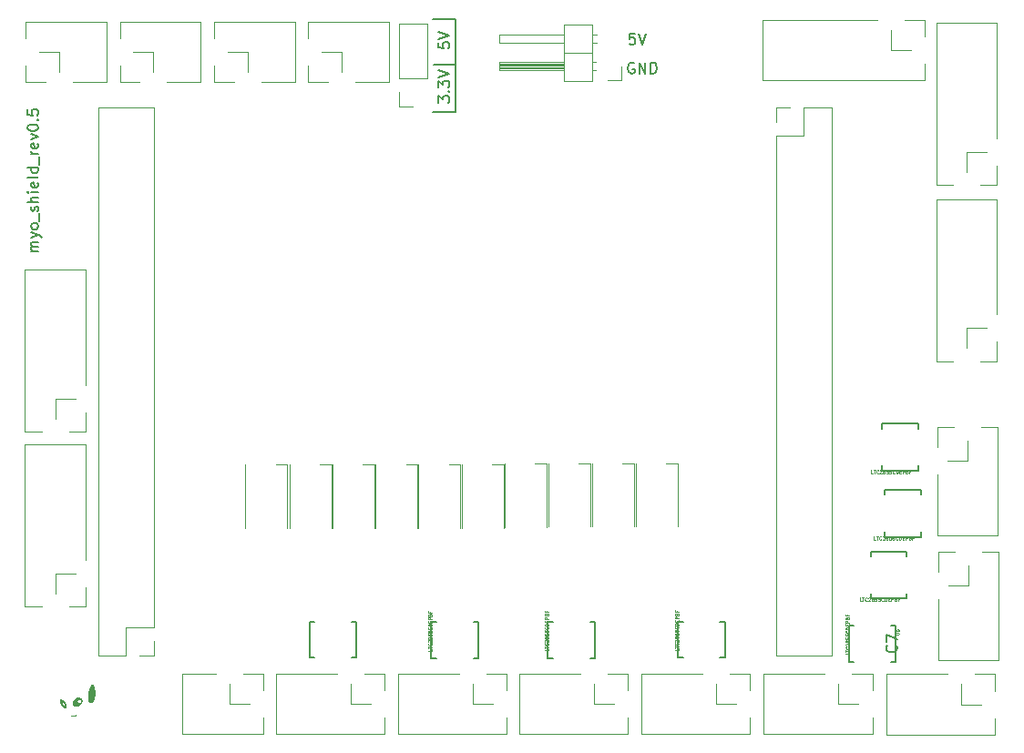
<source format=gbr>
G04 #@! TF.GenerationSoftware,KiCad,Pcbnew,5.0.2-bee76a0~70~ubuntu18.04.1*
G04 #@! TF.CreationDate,2019-09-26T00:30:11+02:00*
G04 #@! TF.ProjectId,myo_shield_pcb,6d796f5f-7368-4696-956c-645f7063622e,rev?*
G04 #@! TF.SameCoordinates,Original*
G04 #@! TF.FileFunction,Legend,Top*
G04 #@! TF.FilePolarity,Positive*
%FSLAX46Y46*%
G04 Gerber Fmt 4.6, Leading zero omitted, Abs format (unit mm)*
G04 Created by KiCad (PCBNEW 5.0.2-bee76a0~70~ubuntu18.04.1) date Do 26 Sep 2019 00:30:11 CEST*
%MOMM*%
%LPD*%
G01*
G04 APERTURE LIST*
%ADD10C,0.150000*%
%ADD11C,0.200000*%
%ADD12C,0.120000*%
%ADD13C,0.152400*%
%ADD14C,0.060000*%
%ADD15C,0.010000*%
%ADD16C,0.050000*%
G04 APERTURE END LIST*
D10*
X152852380Y-84976190D02*
X152852380Y-84357142D01*
X153233333Y-84690476D01*
X153233333Y-84547619D01*
X153280952Y-84452380D01*
X153328571Y-84404761D01*
X153423809Y-84357142D01*
X153661904Y-84357142D01*
X153757142Y-84404761D01*
X153804761Y-84452380D01*
X153852380Y-84547619D01*
X153852380Y-84833333D01*
X153804761Y-84928571D01*
X153757142Y-84976190D01*
X153757142Y-83928571D02*
X153804761Y-83880952D01*
X153852380Y-83928571D01*
X153804761Y-83976190D01*
X153757142Y-83928571D01*
X153852380Y-83928571D01*
X152852380Y-83547619D02*
X152852380Y-82928571D01*
X153233333Y-83261904D01*
X153233333Y-83119047D01*
X153280952Y-83023809D01*
X153328571Y-82976190D01*
X153423809Y-82928571D01*
X153661904Y-82928571D01*
X153757142Y-82976190D01*
X153804761Y-83023809D01*
X153852380Y-83119047D01*
X153852380Y-83404761D01*
X153804761Y-83500000D01*
X153757142Y-83547619D01*
X152852380Y-82642857D02*
X153852380Y-82309523D01*
X152852380Y-81976190D01*
X152852380Y-79390476D02*
X152852380Y-79866666D01*
X153328571Y-79914285D01*
X153280952Y-79866666D01*
X153233333Y-79771428D01*
X153233333Y-79533333D01*
X153280952Y-79438095D01*
X153328571Y-79390476D01*
X153423809Y-79342857D01*
X153661904Y-79342857D01*
X153757142Y-79390476D01*
X153804761Y-79438095D01*
X153852380Y-79533333D01*
X153852380Y-79771428D01*
X153804761Y-79866666D01*
X153757142Y-79914285D01*
X152852380Y-79057142D02*
X153852380Y-78723809D01*
X152852380Y-78390476D01*
D11*
X154400000Y-85800000D02*
X154400000Y-81600000D01*
X152300000Y-85800000D02*
X154400000Y-85800000D01*
X154400000Y-81400000D02*
X152400000Y-81400000D01*
X154400000Y-77200000D02*
X154400000Y-81600000D01*
X152300000Y-77200000D02*
X154400000Y-77200000D01*
D10*
X171038095Y-81300000D02*
X170942857Y-81252380D01*
X170800000Y-81252380D01*
X170657142Y-81300000D01*
X170561904Y-81395238D01*
X170514285Y-81490476D01*
X170466666Y-81680952D01*
X170466666Y-81823809D01*
X170514285Y-82014285D01*
X170561904Y-82109523D01*
X170657142Y-82204761D01*
X170800000Y-82252380D01*
X170895238Y-82252380D01*
X171038095Y-82204761D01*
X171085714Y-82157142D01*
X171085714Y-81823809D01*
X170895238Y-81823809D01*
X171514285Y-82252380D02*
X171514285Y-81252380D01*
X172085714Y-82252380D01*
X172085714Y-81252380D01*
X172561904Y-82252380D02*
X172561904Y-81252380D01*
X172800000Y-81252380D01*
X172942857Y-81300000D01*
X173038095Y-81395238D01*
X173085714Y-81490476D01*
X173133333Y-81680952D01*
X173133333Y-81823809D01*
X173085714Y-82014285D01*
X173038095Y-82109523D01*
X172942857Y-82204761D01*
X172800000Y-82252380D01*
X172561904Y-82252380D01*
X171109523Y-78552380D02*
X170633333Y-78552380D01*
X170585714Y-79028571D01*
X170633333Y-78980952D01*
X170728571Y-78933333D01*
X170966666Y-78933333D01*
X171061904Y-78980952D01*
X171109523Y-79028571D01*
X171157142Y-79123809D01*
X171157142Y-79361904D01*
X171109523Y-79457142D01*
X171061904Y-79504761D01*
X170966666Y-79552380D01*
X170728571Y-79552380D01*
X170633333Y-79504761D01*
X170585714Y-79457142D01*
X171442857Y-78552380D02*
X171776190Y-79552380D01*
X172109523Y-78552380D01*
X115652380Y-98771428D02*
X114985714Y-98771428D01*
X115080952Y-98771428D02*
X115033333Y-98723809D01*
X114985714Y-98628571D01*
X114985714Y-98485714D01*
X115033333Y-98390476D01*
X115128571Y-98342857D01*
X115652380Y-98342857D01*
X115128571Y-98342857D02*
X115033333Y-98295238D01*
X114985714Y-98200000D01*
X114985714Y-98057142D01*
X115033333Y-97961904D01*
X115128571Y-97914285D01*
X115652380Y-97914285D01*
X114985714Y-97533333D02*
X115652380Y-97295238D01*
X114985714Y-97057142D02*
X115652380Y-97295238D01*
X115890476Y-97390476D01*
X115938095Y-97438095D01*
X115985714Y-97533333D01*
X115652380Y-96533333D02*
X115604761Y-96628571D01*
X115557142Y-96676190D01*
X115461904Y-96723809D01*
X115176190Y-96723809D01*
X115080952Y-96676190D01*
X115033333Y-96628571D01*
X114985714Y-96533333D01*
X114985714Y-96390476D01*
X115033333Y-96295238D01*
X115080952Y-96247619D01*
X115176190Y-96200000D01*
X115461904Y-96200000D01*
X115557142Y-96247619D01*
X115604761Y-96295238D01*
X115652380Y-96390476D01*
X115652380Y-96533333D01*
X115747619Y-96009523D02*
X115747619Y-95247619D01*
X115604761Y-95057142D02*
X115652380Y-94961904D01*
X115652380Y-94771428D01*
X115604761Y-94676190D01*
X115509523Y-94628571D01*
X115461904Y-94628571D01*
X115366666Y-94676190D01*
X115319047Y-94771428D01*
X115319047Y-94914285D01*
X115271428Y-95009523D01*
X115176190Y-95057142D01*
X115128571Y-95057142D01*
X115033333Y-95009523D01*
X114985714Y-94914285D01*
X114985714Y-94771428D01*
X115033333Y-94676190D01*
X115652380Y-94200000D02*
X114652380Y-94200000D01*
X115652380Y-93771428D02*
X115128571Y-93771428D01*
X115033333Y-93819047D01*
X114985714Y-93914285D01*
X114985714Y-94057142D01*
X115033333Y-94152380D01*
X115080952Y-94200000D01*
X115652380Y-93295238D02*
X114985714Y-93295238D01*
X114652380Y-93295238D02*
X114700000Y-93342857D01*
X114747619Y-93295238D01*
X114700000Y-93247619D01*
X114652380Y-93295238D01*
X114747619Y-93295238D01*
X115604761Y-92438095D02*
X115652380Y-92533333D01*
X115652380Y-92723809D01*
X115604761Y-92819047D01*
X115509523Y-92866666D01*
X115128571Y-92866666D01*
X115033333Y-92819047D01*
X114985714Y-92723809D01*
X114985714Y-92533333D01*
X115033333Y-92438095D01*
X115128571Y-92390476D01*
X115223809Y-92390476D01*
X115319047Y-92866666D01*
X115652380Y-91819047D02*
X115604761Y-91914285D01*
X115509523Y-91961904D01*
X114652380Y-91961904D01*
X115652380Y-91009523D02*
X114652380Y-91009523D01*
X115604761Y-91009523D02*
X115652380Y-91104761D01*
X115652380Y-91295238D01*
X115604761Y-91390476D01*
X115557142Y-91438095D01*
X115461904Y-91485714D01*
X115176190Y-91485714D01*
X115080952Y-91438095D01*
X115033333Y-91390476D01*
X114985714Y-91295238D01*
X114985714Y-91104761D01*
X115033333Y-91009523D01*
X115747619Y-90771428D02*
X115747619Y-90009523D01*
X115652380Y-89771428D02*
X114985714Y-89771428D01*
X115176190Y-89771428D02*
X115080952Y-89723809D01*
X115033333Y-89676190D01*
X114985714Y-89580952D01*
X114985714Y-89485714D01*
X115604761Y-88771428D02*
X115652380Y-88866666D01*
X115652380Y-89057142D01*
X115604761Y-89152380D01*
X115509523Y-89200000D01*
X115128571Y-89200000D01*
X115033333Y-89152380D01*
X114985714Y-89057142D01*
X114985714Y-88866666D01*
X115033333Y-88771428D01*
X115128571Y-88723809D01*
X115223809Y-88723809D01*
X115319047Y-89200000D01*
X114985714Y-88390476D02*
X115652380Y-88152380D01*
X114985714Y-87914285D01*
X114652380Y-87342857D02*
X114652380Y-87247619D01*
X114700000Y-87152380D01*
X114747619Y-87104761D01*
X114842857Y-87057142D01*
X115033333Y-87009523D01*
X115271428Y-87009523D01*
X115461904Y-87057142D01*
X115557142Y-87104761D01*
X115604761Y-87152380D01*
X115652380Y-87247619D01*
X115652380Y-87342857D01*
X115604761Y-87438095D01*
X115557142Y-87485714D01*
X115461904Y-87533333D01*
X115271428Y-87580952D01*
X115033333Y-87580952D01*
X114842857Y-87533333D01*
X114747619Y-87485714D01*
X114700000Y-87438095D01*
X114652380Y-87342857D01*
X115557142Y-86580952D02*
X115604761Y-86533333D01*
X115652380Y-86580952D01*
X115604761Y-86628571D01*
X115557142Y-86580952D01*
X115652380Y-86580952D01*
X114652380Y-85628571D02*
X114652380Y-86104761D01*
X115128571Y-86152380D01*
X115080952Y-86104761D01*
X115033333Y-86009523D01*
X115033333Y-85771428D01*
X115080952Y-85676190D01*
X115128571Y-85628571D01*
X115223809Y-85580952D01*
X115461904Y-85580952D01*
X115557142Y-85628571D01*
X115604761Y-85676190D01*
X115652380Y-85771428D01*
X115652380Y-86009523D01*
X115604761Y-86104761D01*
X115557142Y-86152380D01*
D12*
G04 #@! TO.C,J20*
X147825000Y-138070000D02*
X147825000Y-139600000D01*
X145950000Y-138070000D02*
X147825000Y-138070000D01*
X144680000Y-140870000D02*
X144680000Y-139000000D01*
X146550000Y-140870000D02*
X144680000Y-140870000D01*
X147825000Y-142140000D02*
X147825000Y-143670000D01*
X147825000Y-143670000D02*
X137725000Y-143670000D01*
X137725000Y-138070000D02*
X137725000Y-143670000D01*
X143410000Y-138070000D02*
X137725000Y-138070000D01*
D13*
G04 #@! TO.C,U1*
X145223142Y-133221731D02*
X144765942Y-133221731D01*
X145223142Y-136574531D02*
X145223142Y-133221731D01*
X140854342Y-136574531D02*
X141311542Y-136574531D01*
X140854342Y-133221731D02*
X140854342Y-136574531D01*
X141311542Y-133221731D02*
X140854342Y-133221731D01*
X144765942Y-136574531D02*
X145223142Y-136574531D01*
D12*
G04 #@! TO.C,J16*
X114500000Y-83050000D02*
X114500000Y-81520000D01*
X116345000Y-83050000D02*
X114500000Y-83050000D01*
X117615000Y-80250000D02*
X117615000Y-82120000D01*
X115745000Y-80250000D02*
X117615000Y-80250000D01*
X114500000Y-78980000D02*
X114500000Y-77450000D01*
X114500000Y-77450000D02*
X122000000Y-77450000D01*
X122000000Y-83050000D02*
X122000000Y-77450000D01*
X118885000Y-83050000D02*
X122000000Y-83050000D01*
G04 #@! TO.C,J17*
X136385000Y-83050000D02*
X139500000Y-83050000D01*
X139500000Y-83050000D02*
X139500000Y-77450000D01*
X132000000Y-77450000D02*
X139500000Y-77450000D01*
X132000000Y-78980000D02*
X132000000Y-77450000D01*
X133245000Y-80250000D02*
X135115000Y-80250000D01*
X135115000Y-80250000D02*
X135115000Y-82120000D01*
X133845000Y-83050000D02*
X132000000Y-83050000D01*
X132000000Y-83050000D02*
X132000000Y-81520000D01*
G04 #@! TO.C,J18*
X123250000Y-83050000D02*
X123250000Y-81520000D01*
X125095000Y-83050000D02*
X123250000Y-83050000D01*
X126365000Y-80250000D02*
X126365000Y-82120000D01*
X124495000Y-80250000D02*
X126365000Y-80250000D01*
X123250000Y-78980000D02*
X123250000Y-77450000D01*
X123250000Y-77450000D02*
X130750000Y-77450000D01*
X130750000Y-83050000D02*
X130750000Y-77450000D01*
X127635000Y-83050000D02*
X130750000Y-83050000D01*
G04 #@! TO.C,J19*
X167160000Y-82930000D02*
X167160000Y-77730000D01*
X167160000Y-77730000D02*
X164500000Y-77730000D01*
X164500000Y-77730000D02*
X164500000Y-82930000D01*
X164500000Y-82930000D02*
X167160000Y-82930000D01*
X164500000Y-81980000D02*
X158500000Y-81980000D01*
X158500000Y-81980000D02*
X158500000Y-81220000D01*
X158500000Y-81220000D02*
X164500000Y-81220000D01*
X164500000Y-81920000D02*
X158500000Y-81920000D01*
X164500000Y-81800000D02*
X158500000Y-81800000D01*
X164500000Y-81680000D02*
X158500000Y-81680000D01*
X164500000Y-81560000D02*
X158500000Y-81560000D01*
X164500000Y-81440000D02*
X158500000Y-81440000D01*
X164500000Y-81320000D02*
X158500000Y-81320000D01*
X167490000Y-81980000D02*
X167160000Y-81980000D01*
X167490000Y-81220000D02*
X167160000Y-81220000D01*
X167160000Y-80330000D02*
X164500000Y-80330000D01*
X164500000Y-79440000D02*
X158500000Y-79440000D01*
X158500000Y-79440000D02*
X158500000Y-78680000D01*
X158500000Y-78680000D02*
X164500000Y-78680000D01*
X167557071Y-79440000D02*
X167160000Y-79440000D01*
X167557071Y-78680000D02*
X167160000Y-78680000D01*
X169870000Y-81600000D02*
X169870000Y-82870000D01*
X169870000Y-82870000D02*
X168600000Y-82870000D01*
G04 #@! TO.C,J3*
X184220000Y-85460000D02*
X185550000Y-85460000D01*
X184220000Y-86790000D02*
X184220000Y-85460000D01*
X186820000Y-85460000D02*
X189420000Y-85460000D01*
X186820000Y-88060000D02*
X186820000Y-85460000D01*
X184220000Y-88060000D02*
X186820000Y-88060000D01*
X189420000Y-85460000D02*
X189420000Y-136380000D01*
X184220000Y-88060000D02*
X184220000Y-136380000D01*
X184220000Y-136380000D02*
X189420000Y-136380000D01*
G04 #@! TO.C,J6*
X126430000Y-85460000D02*
X121230000Y-85460000D01*
X126430000Y-133780000D02*
X126430000Y-85460000D01*
X121230000Y-136380000D02*
X121230000Y-85460000D01*
X126430000Y-133780000D02*
X123830000Y-133780000D01*
X123830000Y-133780000D02*
X123830000Y-136380000D01*
X123830000Y-136380000D02*
X121230000Y-136380000D01*
X126430000Y-135050000D02*
X126430000Y-136380000D01*
X126430000Y-136380000D02*
X125100000Y-136380000D01*
G04 #@! TO.C,D1*
X171200000Y-124400000D02*
X171200000Y-118500000D01*
X175100000Y-124400000D02*
X175100000Y-118500000D01*
X175100000Y-118500000D02*
X174025000Y-118500000D01*
G04 #@! TO.C,D2*
X167100000Y-124400000D02*
X167100000Y-118500000D01*
X171000000Y-124400000D02*
X171000000Y-118500000D01*
X171000000Y-118500000D02*
X169925000Y-118500000D01*
G04 #@! TO.C,D3*
X166950000Y-118500000D02*
X165875000Y-118500000D01*
X166950000Y-124400000D02*
X166950000Y-118500000D01*
X163050000Y-124400000D02*
X163050000Y-118500000D01*
G04 #@! TO.C,D4*
X159000000Y-124450000D02*
X159000000Y-118550000D01*
X162900000Y-124450000D02*
X162900000Y-118550000D01*
X162900000Y-118550000D02*
X161825000Y-118550000D01*
G04 #@! TO.C,D5*
X158900000Y-118650000D02*
X157825000Y-118650000D01*
X158900000Y-124550000D02*
X158900000Y-118650000D01*
X155000000Y-124550000D02*
X155000000Y-118650000D01*
G04 #@! TO.C,D6*
X154900000Y-118600000D02*
X153825000Y-118600000D01*
X154900000Y-124500000D02*
X154900000Y-118600000D01*
X151000000Y-124500000D02*
X151000000Y-118600000D01*
G04 #@! TO.C,D7*
X147000000Y-124500000D02*
X147000000Y-118600000D01*
X150900000Y-124500000D02*
X150900000Y-118600000D01*
X150900000Y-118600000D02*
X149825000Y-118600000D01*
G04 #@! TO.C,D8*
X146900000Y-118600000D02*
X145825000Y-118600000D01*
X146900000Y-124500000D02*
X146900000Y-118600000D01*
X143000000Y-124500000D02*
X143000000Y-118600000D01*
G04 #@! TO.C,D9*
X139000000Y-124500000D02*
X139000000Y-118600000D01*
X142900000Y-124500000D02*
X142900000Y-118600000D01*
X142900000Y-118600000D02*
X141825000Y-118600000D01*
G04 #@! TO.C,D10*
X134900000Y-124500000D02*
X134900000Y-118600000D01*
X138800000Y-124500000D02*
X138800000Y-118600000D01*
X138800000Y-118600000D02*
X137725000Y-118600000D01*
G04 #@! TO.C,J1*
X193175000Y-138070000D02*
X193175000Y-139600000D01*
X191300000Y-138070000D02*
X193175000Y-138070000D01*
X190030000Y-140870000D02*
X190030000Y-139000000D01*
X191900000Y-140870000D02*
X190030000Y-140870000D01*
X193175000Y-142140000D02*
X193175000Y-143670000D01*
X193175000Y-143670000D02*
X183075000Y-143670000D01*
X183075000Y-138070000D02*
X183075000Y-143670000D01*
X188760000Y-138070000D02*
X183075000Y-138070000D01*
G04 #@! TO.C,J2*
X154760000Y-138070000D02*
X149075000Y-138070000D01*
X149075000Y-138070000D02*
X149075000Y-143670000D01*
X159175000Y-143670000D02*
X149075000Y-143670000D01*
X159175000Y-142140000D02*
X159175000Y-143670000D01*
X157900000Y-140870000D02*
X156030000Y-140870000D01*
X156030000Y-140870000D02*
X156030000Y-139000000D01*
X157300000Y-138070000D02*
X159175000Y-138070000D01*
X159175000Y-138070000D02*
X159175000Y-139600000D01*
G04 #@! TO.C,J4*
X204575000Y-138120000D02*
X204575000Y-139650000D01*
X202700000Y-138120000D02*
X204575000Y-138120000D01*
X201430000Y-140920000D02*
X201430000Y-139050000D01*
X203300000Y-140920000D02*
X201430000Y-140920000D01*
X204575000Y-142190000D02*
X204575000Y-143720000D01*
X204575000Y-143720000D02*
X194475000Y-143720000D01*
X194475000Y-138120000D02*
X194475000Y-143720000D01*
X200160000Y-138120000D02*
X194475000Y-138120000D01*
G04 #@! TO.C,J5*
X170475000Y-138070000D02*
X170475000Y-139600000D01*
X168600000Y-138070000D02*
X170475000Y-138070000D01*
X167330000Y-140870000D02*
X167330000Y-139000000D01*
X169200000Y-140870000D02*
X167330000Y-140870000D01*
X170475000Y-142140000D02*
X170475000Y-143670000D01*
X170475000Y-143670000D02*
X160375000Y-143670000D01*
X160375000Y-138070000D02*
X160375000Y-143670000D01*
X166060000Y-138070000D02*
X160375000Y-138070000D01*
G04 #@! TO.C,J7*
X199320000Y-131140000D02*
X199320000Y-136825000D01*
X199320000Y-136825000D02*
X204920000Y-136825000D01*
X204920000Y-126725000D02*
X204920000Y-136825000D01*
X203390000Y-126725000D02*
X204920000Y-126725000D01*
X202120000Y-128000000D02*
X202120000Y-129870000D01*
X202120000Y-129870000D02*
X200250000Y-129870000D01*
X199320000Y-128600000D02*
X199320000Y-126725000D01*
X199320000Y-126725000D02*
X200850000Y-126725000D01*
G04 #@! TO.C,J8*
X177360000Y-138070000D02*
X171675000Y-138070000D01*
X171675000Y-138070000D02*
X171675000Y-143670000D01*
X181775000Y-143670000D02*
X171675000Y-143670000D01*
X181775000Y-142140000D02*
X181775000Y-143670000D01*
X180500000Y-140870000D02*
X178630000Y-140870000D01*
X178630000Y-140870000D02*
X178630000Y-139000000D01*
X179900000Y-138070000D02*
X181775000Y-138070000D01*
X181775000Y-138070000D02*
X181775000Y-139600000D01*
G04 #@! TO.C,J9*
X199220000Y-119540000D02*
X199220000Y-125225000D01*
X199220000Y-125225000D02*
X204820000Y-125225000D01*
X204820000Y-115125000D02*
X204820000Y-125225000D01*
X203290000Y-115125000D02*
X204820000Y-115125000D01*
X202020000Y-116400000D02*
X202020000Y-118270000D01*
X202020000Y-118270000D02*
X200150000Y-118270000D01*
X199220000Y-117000000D02*
X199220000Y-115125000D01*
X199220000Y-115125000D02*
X200750000Y-115125000D01*
G04 #@! TO.C,J10*
X120030000Y-131835000D02*
X118500000Y-131835000D01*
X120030000Y-130000000D02*
X120030000Y-131835000D01*
X117230000Y-128730000D02*
X119100000Y-128730000D01*
X117230000Y-130600000D02*
X117230000Y-128730000D01*
X115960000Y-131835000D02*
X114430000Y-131835000D01*
X114430000Y-131835000D02*
X114430000Y-116735000D01*
X120030000Y-116735000D02*
X114430000Y-116735000D01*
X120030000Y-127460000D02*
X120030000Y-116735000D01*
G04 #@! TO.C,J11*
X132165000Y-138050000D02*
X129050000Y-138050000D01*
X129050000Y-138050000D02*
X129050000Y-143650000D01*
X136550000Y-143650000D02*
X129050000Y-143650000D01*
X136550000Y-142120000D02*
X136550000Y-143650000D01*
X135305000Y-140850000D02*
X133435000Y-140850000D01*
X133435000Y-140850000D02*
X133435000Y-138980000D01*
X134705000Y-138050000D02*
X136550000Y-138050000D01*
X136550000Y-138050000D02*
X136550000Y-139580000D01*
G04 #@! TO.C,J12*
X120030000Y-111210000D02*
X120030000Y-100485000D01*
X120030000Y-100485000D02*
X114430000Y-100485000D01*
X114430000Y-115585000D02*
X114430000Y-100485000D01*
X115960000Y-115585000D02*
X114430000Y-115585000D01*
X117230000Y-114350000D02*
X117230000Y-112480000D01*
X117230000Y-112480000D02*
X119100000Y-112480000D01*
X120030000Y-113750000D02*
X120030000Y-115585000D01*
X120030000Y-115585000D02*
X118500000Y-115585000D01*
G04 #@! TO.C,J13*
X204730000Y-109035000D02*
X203200000Y-109035000D01*
X204730000Y-107200000D02*
X204730000Y-109035000D01*
X201930000Y-105930000D02*
X203800000Y-105930000D01*
X201930000Y-107800000D02*
X201930000Y-105930000D01*
X200660000Y-109035000D02*
X199130000Y-109035000D01*
X199130000Y-109035000D02*
X199130000Y-93935000D01*
X204730000Y-93935000D02*
X199130000Y-93935000D01*
X204730000Y-104660000D02*
X204730000Y-93935000D01*
G04 #@! TO.C,J14*
X204730000Y-88260000D02*
X204730000Y-77535000D01*
X204730000Y-77535000D02*
X199130000Y-77535000D01*
X199130000Y-92635000D02*
X199130000Y-77535000D01*
X200660000Y-92635000D02*
X199130000Y-92635000D01*
X201930000Y-91400000D02*
X201930000Y-89530000D01*
X201930000Y-89530000D02*
X203800000Y-89530000D01*
X204730000Y-90800000D02*
X204730000Y-92635000D01*
X204730000Y-92635000D02*
X203200000Y-92635000D01*
G04 #@! TO.C,J15*
X193660000Y-77270000D02*
X182935000Y-77270000D01*
X182935000Y-77270000D02*
X182935000Y-82870000D01*
X198035000Y-82870000D02*
X182935000Y-82870000D01*
X198035000Y-81340000D02*
X198035000Y-82870000D01*
X196800000Y-80070000D02*
X194930000Y-80070000D01*
X194930000Y-80070000D02*
X194930000Y-78200000D01*
X196200000Y-77270000D02*
X198035000Y-77270000D01*
X198035000Y-77270000D02*
X198035000Y-78800000D01*
G04 #@! TO.C,J21*
X140750000Y-83050000D02*
X140750000Y-81520000D01*
X142595000Y-83050000D02*
X140750000Y-83050000D01*
X143865000Y-80250000D02*
X143865000Y-82120000D01*
X141995000Y-80250000D02*
X143865000Y-80250000D01*
X140750000Y-78980000D02*
X140750000Y-77450000D01*
X140750000Y-77450000D02*
X148250000Y-77450000D01*
X148250000Y-83050000D02*
X148250000Y-77450000D01*
X145135000Y-83050000D02*
X148250000Y-83050000D01*
G04 #@! TO.C,JP1*
X150500000Y-85330000D02*
X149170000Y-85330000D01*
X149170000Y-85330000D02*
X149170000Y-84000000D01*
X149170000Y-82730000D02*
X149170000Y-77590000D01*
X151830000Y-77590000D02*
X149170000Y-77590000D01*
X151830000Y-82730000D02*
X151830000Y-77590000D01*
X151830000Y-82730000D02*
X149170000Y-82730000D01*
D13*
G04 #@! TO.C,U2*
X156098052Y-136641961D02*
X156555252Y-136641961D01*
X152643652Y-133289161D02*
X152186452Y-133289161D01*
X152186452Y-133289161D02*
X152186452Y-136641961D01*
X152186452Y-136641961D02*
X152643652Y-136641961D01*
X156555252Y-136641961D02*
X156555252Y-133289161D01*
X156555252Y-133289161D02*
X156098052Y-133289161D01*
G04 #@! TO.C,U3*
X167399808Y-133260077D02*
X166942608Y-133260077D01*
X167399808Y-136612877D02*
X167399808Y-133260077D01*
X163031008Y-136612877D02*
X163488208Y-136612877D01*
X163031008Y-133260077D02*
X163031008Y-136612877D01*
X163488208Y-133260077D02*
X163031008Y-133260077D01*
X166942608Y-136612877D02*
X167399808Y-136612877D01*
G04 #@! TO.C,U4*
X179027200Y-136576400D02*
X179484400Y-136576400D01*
X175572800Y-133223600D02*
X175115600Y-133223600D01*
X175115600Y-133223600D02*
X175115600Y-136576400D01*
X175115600Y-136576400D02*
X175572800Y-136576400D01*
X179484400Y-136576400D02*
X179484400Y-133223600D01*
X179484400Y-133223600D02*
X179027200Y-133223600D01*
G04 #@! TO.C,U5*
X194911390Y-136945706D02*
X195368590Y-136945706D01*
X191456990Y-133592906D02*
X190999790Y-133592906D01*
X190999790Y-133592906D02*
X190999790Y-136945706D01*
X190999790Y-136945706D02*
X191456990Y-136945706D01*
X195368590Y-136945706D02*
X195368590Y-133592906D01*
X195368590Y-133592906D02*
X194911390Y-133592906D01*
G04 #@! TO.C,U6*
X193022906Y-126696410D02*
X193022906Y-127153610D01*
X196375706Y-126696410D02*
X193022906Y-126696410D01*
X196375706Y-131065210D02*
X196375706Y-130608010D01*
X193022906Y-131065210D02*
X196375706Y-131065210D01*
X193022906Y-130608010D02*
X193022906Y-131065210D01*
X196375706Y-127153610D02*
X196375706Y-126696410D01*
G04 #@! TO.C,U7*
X194342906Y-120981410D02*
X194342906Y-121438610D01*
X197695706Y-120981410D02*
X194342906Y-120981410D01*
X197695706Y-125350210D02*
X197695706Y-124893010D01*
X194342906Y-125350210D02*
X197695706Y-125350210D01*
X194342906Y-124893010D02*
X194342906Y-125350210D01*
X197695706Y-121438610D02*
X197695706Y-120981410D01*
G04 #@! TO.C,U8*
X197426400Y-115272800D02*
X197426400Y-114815600D01*
X194073600Y-118727200D02*
X194073600Y-119184400D01*
X194073600Y-119184400D02*
X197426400Y-119184400D01*
X197426400Y-119184400D02*
X197426400Y-118727200D01*
X197426400Y-114815600D02*
X194073600Y-114815600D01*
X194073600Y-114815600D02*
X194073600Y-115272800D01*
D14*
G04 #@! TO.C,G\002A\002A\002A*
G36*
X119124692Y-141931830D02*
X119128884Y-141937238D01*
X119129842Y-141945434D01*
X119125424Y-141950854D01*
X119113375Y-141958710D01*
X119095655Y-141968093D01*
X119074225Y-141978090D01*
X119051046Y-141987791D01*
X119028078Y-141996284D01*
X119007282Y-142002659D01*
X119005917Y-142003013D01*
X118962856Y-142010486D01*
X118914361Y-142012860D01*
X118863785Y-142010138D01*
X118817500Y-142002965D01*
X118790200Y-141997186D01*
X118771309Y-141992973D01*
X118759286Y-141989840D01*
X118752588Y-141987302D01*
X118749673Y-141984876D01*
X118748999Y-141982076D01*
X118748997Y-141981433D01*
X118750026Y-141973727D01*
X118753898Y-141969084D01*
X118762140Y-141967369D01*
X118776276Y-141968449D01*
X118797832Y-141972190D01*
X118814960Y-141975657D01*
X118873922Y-141985109D01*
X118927388Y-141987441D01*
X118977312Y-141982442D01*
X119025646Y-141969901D01*
X119074342Y-141949609D01*
X119079221Y-141947188D01*
X119101207Y-141936758D01*
X119115915Y-141931654D01*
X119124692Y-141931830D01*
X119124692Y-141931830D01*
G37*
X119124692Y-141931830D02*
X119128884Y-141937238D01*
X119129842Y-141945434D01*
X119125424Y-141950854D01*
X119113375Y-141958710D01*
X119095655Y-141968093D01*
X119074225Y-141978090D01*
X119051046Y-141987791D01*
X119028078Y-141996284D01*
X119007282Y-142002659D01*
X119005917Y-142003013D01*
X118962856Y-142010486D01*
X118914361Y-142012860D01*
X118863785Y-142010138D01*
X118817500Y-142002965D01*
X118790200Y-141997186D01*
X118771309Y-141992973D01*
X118759286Y-141989840D01*
X118752588Y-141987302D01*
X118749673Y-141984876D01*
X118748999Y-141982076D01*
X118748997Y-141981433D01*
X118750026Y-141973727D01*
X118753898Y-141969084D01*
X118762140Y-141967369D01*
X118776276Y-141968449D01*
X118797832Y-141972190D01*
X118814960Y-141975657D01*
X118873922Y-141985109D01*
X118927388Y-141987441D01*
X118977312Y-141982442D01*
X119025646Y-141969901D01*
X119074342Y-141949609D01*
X119079221Y-141947188D01*
X119101207Y-141936758D01*
X119115915Y-141931654D01*
X119124692Y-141931830D01*
D15*
G36*
X117793665Y-140492400D02*
X117811199Y-140494815D01*
X117827879Y-140500076D01*
X117846678Y-140508404D01*
X117896544Y-140536810D01*
X117946028Y-140574026D01*
X117994186Y-140618713D01*
X118040077Y-140669536D01*
X118082757Y-140725158D01*
X118121285Y-140784244D01*
X118154717Y-140845456D01*
X118182112Y-140907459D01*
X118202526Y-140968917D01*
X118215018Y-141028492D01*
X118215381Y-141031129D01*
X118218149Y-141074196D01*
X118214456Y-141112257D01*
X118204593Y-141144427D01*
X118188853Y-141169822D01*
X118167525Y-141187556D01*
X118163187Y-141189832D01*
X118135219Y-141198318D01*
X118103409Y-141199581D01*
X118071189Y-141193488D01*
X118070740Y-141193346D01*
X118027203Y-141175057D01*
X117982270Y-141147842D01*
X117936881Y-141112665D01*
X117891976Y-141070487D01*
X117848495Y-141022272D01*
X117807378Y-140968982D01*
X117769565Y-140911579D01*
X117735996Y-140851026D01*
X117735540Y-140850119D01*
X117710181Y-140795845D01*
X117701711Y-140773574D01*
X117855284Y-140773574D01*
X117855543Y-140801315D01*
X117858121Y-140829311D01*
X117862567Y-140852702D01*
X117872407Y-140882865D01*
X117886999Y-140917156D01*
X117904535Y-140951944D01*
X117923208Y-140983596D01*
X117938382Y-141005022D01*
X117969895Y-141040806D01*
X118001152Y-141068895D01*
X118031506Y-141089000D01*
X118060309Y-141100834D01*
X118086913Y-141104109D01*
X118110670Y-141098538D01*
X118126133Y-141088466D01*
X118140767Y-141071999D01*
X118150019Y-141052003D01*
X118154606Y-141026313D01*
X118155402Y-141000316D01*
X118151584Y-140961085D01*
X118141587Y-140920767D01*
X118126265Y-140880451D01*
X118106466Y-140841228D01*
X118083042Y-140804188D01*
X118056844Y-140770421D01*
X118028723Y-140741018D01*
X117999529Y-140717069D01*
X117970113Y-140699664D01*
X117941326Y-140689894D01*
X117914019Y-140688849D01*
X117912521Y-140689075D01*
X117890226Y-140697610D01*
X117871870Y-140714429D01*
X117861805Y-140731686D01*
X117857365Y-140749295D01*
X117855284Y-140773574D01*
X117701711Y-140773574D01*
X117691505Y-140746742D01*
X117678956Y-140700850D01*
X117671980Y-140656209D01*
X117670024Y-140618820D01*
X117670147Y-140593734D01*
X117671356Y-140575780D01*
X117674108Y-140561950D01*
X117678861Y-140549235D01*
X117681443Y-140543751D01*
X117692212Y-140526421D01*
X117705671Y-140510733D01*
X117711471Y-140505651D01*
X117721774Y-140498608D01*
X117731873Y-140494452D01*
X117744939Y-140492443D01*
X117764145Y-140491838D01*
X117770641Y-140491820D01*
X117793665Y-140492400D01*
X117793665Y-140492400D01*
G37*
X117793665Y-140492400D02*
X117811199Y-140494815D01*
X117827879Y-140500076D01*
X117846678Y-140508404D01*
X117896544Y-140536810D01*
X117946028Y-140574026D01*
X117994186Y-140618713D01*
X118040077Y-140669536D01*
X118082757Y-140725158D01*
X118121285Y-140784244D01*
X118154717Y-140845456D01*
X118182112Y-140907459D01*
X118202526Y-140968917D01*
X118215018Y-141028492D01*
X118215381Y-141031129D01*
X118218149Y-141074196D01*
X118214456Y-141112257D01*
X118204593Y-141144427D01*
X118188853Y-141169822D01*
X118167525Y-141187556D01*
X118163187Y-141189832D01*
X118135219Y-141198318D01*
X118103409Y-141199581D01*
X118071189Y-141193488D01*
X118070740Y-141193346D01*
X118027203Y-141175057D01*
X117982270Y-141147842D01*
X117936881Y-141112665D01*
X117891976Y-141070487D01*
X117848495Y-141022272D01*
X117807378Y-140968982D01*
X117769565Y-140911579D01*
X117735996Y-140851026D01*
X117735540Y-140850119D01*
X117710181Y-140795845D01*
X117701711Y-140773574D01*
X117855284Y-140773574D01*
X117855543Y-140801315D01*
X117858121Y-140829311D01*
X117862567Y-140852702D01*
X117872407Y-140882865D01*
X117886999Y-140917156D01*
X117904535Y-140951944D01*
X117923208Y-140983596D01*
X117938382Y-141005022D01*
X117969895Y-141040806D01*
X118001152Y-141068895D01*
X118031506Y-141089000D01*
X118060309Y-141100834D01*
X118086913Y-141104109D01*
X118110670Y-141098538D01*
X118126133Y-141088466D01*
X118140767Y-141071999D01*
X118150019Y-141052003D01*
X118154606Y-141026313D01*
X118155402Y-141000316D01*
X118151584Y-140961085D01*
X118141587Y-140920767D01*
X118126265Y-140880451D01*
X118106466Y-140841228D01*
X118083042Y-140804188D01*
X118056844Y-140770421D01*
X118028723Y-140741018D01*
X117999529Y-140717069D01*
X117970113Y-140699664D01*
X117941326Y-140689894D01*
X117914019Y-140688849D01*
X117912521Y-140689075D01*
X117890226Y-140697610D01*
X117871870Y-140714429D01*
X117861805Y-140731686D01*
X117857365Y-140749295D01*
X117855284Y-140773574D01*
X117701711Y-140773574D01*
X117691505Y-140746742D01*
X117678956Y-140700850D01*
X117671980Y-140656209D01*
X117670024Y-140618820D01*
X117670147Y-140593734D01*
X117671356Y-140575780D01*
X117674108Y-140561950D01*
X117678861Y-140549235D01*
X117681443Y-140543751D01*
X117692212Y-140526421D01*
X117705671Y-140510733D01*
X117711471Y-140505651D01*
X117721774Y-140498608D01*
X117731873Y-140494452D01*
X117744939Y-140492443D01*
X117764145Y-140491838D01*
X117770641Y-140491820D01*
X117793665Y-140492400D01*
G36*
X119418423Y-140301777D02*
X119456263Y-140305066D01*
X119476759Y-140308897D01*
X119528390Y-140325874D01*
X119573060Y-140349654D01*
X119610646Y-140379527D01*
X119641024Y-140414781D01*
X119664071Y-140454703D01*
X119679661Y-140498583D01*
X119687672Y-140545708D01*
X119687980Y-140595366D01*
X119680461Y-140646846D01*
X119664990Y-140699436D01*
X119641445Y-140752424D01*
X119609701Y-140805099D01*
X119571669Y-140854398D01*
X119522024Y-140905506D01*
X119467034Y-140950255D01*
X119407863Y-140988142D01*
X119345678Y-141018666D01*
X119281645Y-141041325D01*
X119216929Y-141055617D01*
X119152695Y-141061041D01*
X119098218Y-141058169D01*
X119043393Y-141047107D01*
X118994297Y-141028036D01*
X118951371Y-141001148D01*
X118932887Y-140985333D01*
X118901140Y-140951436D01*
X118878000Y-140916962D01*
X118862118Y-140879320D01*
X118852141Y-140835916D01*
X118850986Y-140828145D01*
X118848426Y-140773755D01*
X118855286Y-140718691D01*
X118870934Y-140663752D01*
X118884275Y-140633475D01*
X119249164Y-140633475D01*
X119251545Y-140655112D01*
X119264506Y-140699304D01*
X119285689Y-140738657D01*
X119314198Y-140772122D01*
X119349137Y-140798653D01*
X119389610Y-140817204D01*
X119390453Y-140817481D01*
X119410411Y-140821460D01*
X119437461Y-140823152D01*
X119455684Y-140822976D01*
X119479938Y-140821571D01*
X119498324Y-140818634D01*
X119515122Y-140813176D01*
X119532690Y-140805155D01*
X119569679Y-140781788D01*
X119600282Y-140751948D01*
X119623754Y-140717048D01*
X119639349Y-140678504D01*
X119646322Y-140637728D01*
X119643925Y-140596134D01*
X119643670Y-140594722D01*
X119630966Y-140552824D01*
X119609644Y-140514438D01*
X119580985Y-140481215D01*
X119546270Y-140454806D01*
X119527445Y-140444858D01*
X119497518Y-140435350D01*
X119462396Y-140430786D01*
X119425790Y-140431225D01*
X119391413Y-140436724D01*
X119373531Y-140442426D01*
X119338383Y-140461486D01*
X119307691Y-140487944D01*
X119282440Y-140520087D01*
X119263613Y-140556199D01*
X119252193Y-140594567D01*
X119249164Y-140633475D01*
X118884275Y-140633475D01*
X118894736Y-140609736D01*
X118926061Y-140557441D01*
X118964274Y-140507666D01*
X119008745Y-140461207D01*
X119058840Y-140418864D01*
X119113926Y-140381434D01*
X119173370Y-140349716D01*
X119236541Y-140324507D01*
X119254886Y-140318701D01*
X119291263Y-140310238D01*
X119332757Y-140304503D01*
X119376199Y-140301636D01*
X119418423Y-140301777D01*
X119418423Y-140301777D01*
G37*
X119418423Y-140301777D02*
X119456263Y-140305066D01*
X119476759Y-140308897D01*
X119528390Y-140325874D01*
X119573060Y-140349654D01*
X119610646Y-140379527D01*
X119641024Y-140414781D01*
X119664071Y-140454703D01*
X119679661Y-140498583D01*
X119687672Y-140545708D01*
X119687980Y-140595366D01*
X119680461Y-140646846D01*
X119664990Y-140699436D01*
X119641445Y-140752424D01*
X119609701Y-140805099D01*
X119571669Y-140854398D01*
X119522024Y-140905506D01*
X119467034Y-140950255D01*
X119407863Y-140988142D01*
X119345678Y-141018666D01*
X119281645Y-141041325D01*
X119216929Y-141055617D01*
X119152695Y-141061041D01*
X119098218Y-141058169D01*
X119043393Y-141047107D01*
X118994297Y-141028036D01*
X118951371Y-141001148D01*
X118932887Y-140985333D01*
X118901140Y-140951436D01*
X118878000Y-140916962D01*
X118862118Y-140879320D01*
X118852141Y-140835916D01*
X118850986Y-140828145D01*
X118848426Y-140773755D01*
X118855286Y-140718691D01*
X118870934Y-140663752D01*
X118884275Y-140633475D01*
X119249164Y-140633475D01*
X119251545Y-140655112D01*
X119264506Y-140699304D01*
X119285689Y-140738657D01*
X119314198Y-140772122D01*
X119349137Y-140798653D01*
X119389610Y-140817204D01*
X119390453Y-140817481D01*
X119410411Y-140821460D01*
X119437461Y-140823152D01*
X119455684Y-140822976D01*
X119479938Y-140821571D01*
X119498324Y-140818634D01*
X119515122Y-140813176D01*
X119532690Y-140805155D01*
X119569679Y-140781788D01*
X119600282Y-140751948D01*
X119623754Y-140717048D01*
X119639349Y-140678504D01*
X119646322Y-140637728D01*
X119643925Y-140596134D01*
X119643670Y-140594722D01*
X119630966Y-140552824D01*
X119609644Y-140514438D01*
X119580985Y-140481215D01*
X119546270Y-140454806D01*
X119527445Y-140444858D01*
X119497518Y-140435350D01*
X119462396Y-140430786D01*
X119425790Y-140431225D01*
X119391413Y-140436724D01*
X119373531Y-140442426D01*
X119338383Y-140461486D01*
X119307691Y-140487944D01*
X119282440Y-140520087D01*
X119263613Y-140556199D01*
X119252193Y-140594567D01*
X119249164Y-140633475D01*
X118884275Y-140633475D01*
X118894736Y-140609736D01*
X118926061Y-140557441D01*
X118964274Y-140507666D01*
X119008745Y-140461207D01*
X119058840Y-140418864D01*
X119113926Y-140381434D01*
X119173370Y-140349716D01*
X119236541Y-140324507D01*
X119254886Y-140318701D01*
X119291263Y-140310238D01*
X119332757Y-140304503D01*
X119376199Y-140301636D01*
X119418423Y-140301777D01*
G36*
X120678201Y-139129738D02*
X120698348Y-139131965D01*
X120715863Y-139135564D01*
X120731188Y-139141308D01*
X120744766Y-139149971D01*
X120757039Y-139162324D01*
X120768450Y-139179140D01*
X120779440Y-139201193D01*
X120790453Y-139229255D01*
X120801931Y-139264099D01*
X120814316Y-139306498D01*
X120828050Y-139357225D01*
X120843577Y-139417052D01*
X120844299Y-139419867D01*
X120861506Y-139492474D01*
X120875540Y-139564276D01*
X120886689Y-139637443D01*
X120895238Y-139714150D01*
X120901474Y-139796569D01*
X120905609Y-139884760D01*
X120906717Y-139918405D01*
X120907222Y-139944525D01*
X120906933Y-139965749D01*
X120905658Y-139984703D01*
X120903208Y-140004014D01*
X120899391Y-140026309D01*
X120894016Y-140054217D01*
X120892872Y-140060020D01*
X120876391Y-140138711D01*
X120858865Y-140213406D01*
X120840546Y-140283339D01*
X120821687Y-140347741D01*
X120802541Y-140405845D01*
X120783359Y-140456882D01*
X120764394Y-140500085D01*
X120745900Y-140534686D01*
X120728657Y-140559293D01*
X120717953Y-140572749D01*
X120703677Y-140591717D01*
X120687975Y-140613311D01*
X120677487Y-140628152D01*
X120651986Y-140662275D01*
X120628222Y-140689201D01*
X120606922Y-140708184D01*
X120589823Y-140718106D01*
X120577848Y-140720698D01*
X120560149Y-140722358D01*
X120545639Y-140722712D01*
X120529049Y-140721866D01*
X120513769Y-140719024D01*
X120496746Y-140713303D01*
X120474929Y-140703818D01*
X120465960Y-140699618D01*
X120443192Y-140687894D01*
X120421706Y-140675181D01*
X120404652Y-140663418D01*
X120398199Y-140657955D01*
X120375298Y-140629710D01*
X120355228Y-140591883D01*
X120337972Y-140544420D01*
X120323507Y-140487269D01*
X120314959Y-140441020D01*
X120312442Y-140423764D01*
X120310422Y-140405587D01*
X120308848Y-140385174D01*
X120307672Y-140361208D01*
X120306843Y-140332375D01*
X120306312Y-140297359D01*
X120306029Y-140254844D01*
X120305945Y-140203516D01*
X120305945Y-140202260D01*
X120306068Y-140145778D01*
X120306514Y-140097431D01*
X120307403Y-140055192D01*
X120308857Y-140017037D01*
X120310997Y-139980942D01*
X120313942Y-139944882D01*
X120317814Y-139906833D01*
X120322734Y-139864769D01*
X120328823Y-139816667D01*
X120329068Y-139814778D01*
X120338126Y-139757754D01*
X120350976Y-139695299D01*
X120367031Y-139629301D01*
X120385706Y-139561648D01*
X120406413Y-139494227D01*
X120428565Y-139428927D01*
X120451577Y-139367635D01*
X120474862Y-139312239D01*
X120497832Y-139264626D01*
X120503030Y-139254937D01*
X120530897Y-139210835D01*
X120561983Y-139173517D01*
X120562588Y-139172896D01*
X120585380Y-139151619D01*
X120606068Y-139137902D01*
X120627763Y-139130583D01*
X120653575Y-139128502D01*
X120678201Y-139129738D01*
X120678201Y-139129738D01*
G37*
X120678201Y-139129738D02*
X120698348Y-139131965D01*
X120715863Y-139135564D01*
X120731188Y-139141308D01*
X120744766Y-139149971D01*
X120757039Y-139162324D01*
X120768450Y-139179140D01*
X120779440Y-139201193D01*
X120790453Y-139229255D01*
X120801931Y-139264099D01*
X120814316Y-139306498D01*
X120828050Y-139357225D01*
X120843577Y-139417052D01*
X120844299Y-139419867D01*
X120861506Y-139492474D01*
X120875540Y-139564276D01*
X120886689Y-139637443D01*
X120895238Y-139714150D01*
X120901474Y-139796569D01*
X120905609Y-139884760D01*
X120906717Y-139918405D01*
X120907222Y-139944525D01*
X120906933Y-139965749D01*
X120905658Y-139984703D01*
X120903208Y-140004014D01*
X120899391Y-140026309D01*
X120894016Y-140054217D01*
X120892872Y-140060020D01*
X120876391Y-140138711D01*
X120858865Y-140213406D01*
X120840546Y-140283339D01*
X120821687Y-140347741D01*
X120802541Y-140405845D01*
X120783359Y-140456882D01*
X120764394Y-140500085D01*
X120745900Y-140534686D01*
X120728657Y-140559293D01*
X120717953Y-140572749D01*
X120703677Y-140591717D01*
X120687975Y-140613311D01*
X120677487Y-140628152D01*
X120651986Y-140662275D01*
X120628222Y-140689201D01*
X120606922Y-140708184D01*
X120589823Y-140718106D01*
X120577848Y-140720698D01*
X120560149Y-140722358D01*
X120545639Y-140722712D01*
X120529049Y-140721866D01*
X120513769Y-140719024D01*
X120496746Y-140713303D01*
X120474929Y-140703818D01*
X120465960Y-140699618D01*
X120443192Y-140687894D01*
X120421706Y-140675181D01*
X120404652Y-140663418D01*
X120398199Y-140657955D01*
X120375298Y-140629710D01*
X120355228Y-140591883D01*
X120337972Y-140544420D01*
X120323507Y-140487269D01*
X120314959Y-140441020D01*
X120312442Y-140423764D01*
X120310422Y-140405587D01*
X120308848Y-140385174D01*
X120307672Y-140361208D01*
X120306843Y-140332375D01*
X120306312Y-140297359D01*
X120306029Y-140254844D01*
X120305945Y-140203516D01*
X120305945Y-140202260D01*
X120306068Y-140145778D01*
X120306514Y-140097431D01*
X120307403Y-140055192D01*
X120308857Y-140017037D01*
X120310997Y-139980942D01*
X120313942Y-139944882D01*
X120317814Y-139906833D01*
X120322734Y-139864769D01*
X120328823Y-139816667D01*
X120329068Y-139814778D01*
X120338126Y-139757754D01*
X120350976Y-139695299D01*
X120367031Y-139629301D01*
X120385706Y-139561648D01*
X120406413Y-139494227D01*
X120428565Y-139428927D01*
X120451577Y-139367635D01*
X120474862Y-139312239D01*
X120497832Y-139264626D01*
X120503030Y-139254937D01*
X120530897Y-139210835D01*
X120561983Y-139173517D01*
X120562588Y-139172896D01*
X120585380Y-139151619D01*
X120606068Y-139137902D01*
X120627763Y-139130583D01*
X120653575Y-139128502D01*
X120678201Y-139129738D01*
G04 #@! TO.C,C7*
D10*
X195371332Y-135435972D02*
X195418951Y-135483591D01*
X195466570Y-135626448D01*
X195466570Y-135721686D01*
X195418951Y-135864544D01*
X195323713Y-135959782D01*
X195228475Y-136007401D01*
X195037999Y-136055020D01*
X194895142Y-136055020D01*
X194704666Y-136007401D01*
X194609428Y-135959782D01*
X194514190Y-135864544D01*
X194466570Y-135721686D01*
X194466570Y-135626448D01*
X194514190Y-135483591D01*
X194561809Y-135435972D01*
X194466570Y-135102639D02*
X194466570Y-134435972D01*
X195466570Y-134864544D01*
G04 #@! TO.C,U2*
D16*
X152210934Y-135798652D02*
X152210934Y-135948633D01*
X151895973Y-135948633D01*
X151895973Y-135738659D02*
X151895973Y-135558681D01*
X152210934Y-135648670D02*
X151895973Y-135648670D01*
X152180938Y-135273717D02*
X152195936Y-135288715D01*
X152210934Y-135333709D01*
X152210934Y-135363705D01*
X152195936Y-135408700D01*
X152165939Y-135438696D01*
X152135943Y-135453694D01*
X152075951Y-135468692D01*
X152030956Y-135468692D01*
X151970964Y-135453694D01*
X151940967Y-135438696D01*
X151910971Y-135408700D01*
X151895973Y-135363705D01*
X151895973Y-135333709D01*
X151910971Y-135288715D01*
X151925969Y-135273717D01*
X151925969Y-135153731D02*
X151910971Y-135138733D01*
X151895973Y-135108737D01*
X151895973Y-135033746D01*
X151910971Y-135003750D01*
X151925969Y-134988752D01*
X151955965Y-134973754D01*
X151985962Y-134973754D01*
X152030956Y-134988752D01*
X152210934Y-135168730D01*
X152210934Y-134973754D01*
X152030956Y-134793776D02*
X152015958Y-134823772D01*
X152000960Y-134838770D01*
X151970964Y-134853769D01*
X151955965Y-134853769D01*
X151925969Y-134838770D01*
X151910971Y-134823772D01*
X151895973Y-134793776D01*
X151895973Y-134733783D01*
X151910971Y-134703787D01*
X151925969Y-134688789D01*
X151955965Y-134673791D01*
X151970964Y-134673791D01*
X152000960Y-134688789D01*
X152015958Y-134703787D01*
X152030956Y-134733783D01*
X152030956Y-134793776D01*
X152045954Y-134823772D01*
X152060952Y-134838770D01*
X152090949Y-134853769D01*
X152150941Y-134853769D01*
X152180938Y-134838770D01*
X152195936Y-134823772D01*
X152210934Y-134793776D01*
X152210934Y-134733783D01*
X152195936Y-134703787D01*
X152180938Y-134688789D01*
X152150941Y-134673791D01*
X152090949Y-134673791D01*
X152060952Y-134688789D01*
X152045954Y-134703787D01*
X152030956Y-134733783D01*
X151895973Y-134388826D02*
X151895973Y-134538808D01*
X152045954Y-134553806D01*
X152030956Y-134538808D01*
X152015958Y-134508811D01*
X152015958Y-134433821D01*
X152030956Y-134403824D01*
X152045954Y-134388826D01*
X152075951Y-134373828D01*
X152150941Y-134373828D01*
X152180938Y-134388826D01*
X152195936Y-134403824D01*
X152210934Y-134433821D01*
X152210934Y-134508811D01*
X152195936Y-134538808D01*
X152180938Y-134553806D01*
X151895973Y-134088863D02*
X151895973Y-134238845D01*
X152045954Y-134253843D01*
X152030956Y-134238845D01*
X152015958Y-134208848D01*
X152015958Y-134133858D01*
X152030956Y-134103861D01*
X152045954Y-134088863D01*
X152075951Y-134073865D01*
X152150941Y-134073865D01*
X152180938Y-134088863D01*
X152195936Y-134103861D01*
X152210934Y-134133858D01*
X152210934Y-134208848D01*
X152195936Y-134238845D01*
X152180938Y-134253843D01*
X152180938Y-133758904D02*
X152195936Y-133773902D01*
X152210934Y-133818897D01*
X152210934Y-133848893D01*
X152195936Y-133893887D01*
X152165939Y-133923884D01*
X152135943Y-133938882D01*
X152075951Y-133953880D01*
X152030956Y-133953880D01*
X151970964Y-133938882D01*
X151940967Y-133923884D01*
X151910971Y-133893887D01*
X151895973Y-133848893D01*
X151895973Y-133818897D01*
X151910971Y-133773902D01*
X151925969Y-133758904D01*
X152210934Y-133623921D02*
X151895973Y-133623921D01*
X151895973Y-133548930D01*
X151910971Y-133503936D01*
X151940967Y-133473939D01*
X151970964Y-133458941D01*
X152030956Y-133443943D01*
X152075951Y-133443943D01*
X152135943Y-133458941D01*
X152165939Y-133473939D01*
X152195936Y-133503936D01*
X152210934Y-133548930D01*
X152210934Y-133623921D01*
X152045954Y-133308960D02*
X152045954Y-133203973D01*
X152210934Y-133158978D02*
X152210934Y-133308960D01*
X151895973Y-133308960D01*
X151895973Y-133158978D01*
X152210934Y-133023995D02*
X151895973Y-133023995D01*
X151895973Y-132904010D01*
X151910971Y-132874014D01*
X151925969Y-132859016D01*
X151955965Y-132844017D01*
X152000960Y-132844017D01*
X152030956Y-132859016D01*
X152045954Y-132874014D01*
X152060952Y-132904010D01*
X152060952Y-133023995D01*
X152045954Y-132604047D02*
X152060952Y-132559053D01*
X152075951Y-132544055D01*
X152105947Y-132529056D01*
X152150941Y-132529056D01*
X152180938Y-132544055D01*
X152195936Y-132559053D01*
X152210934Y-132589049D01*
X152210934Y-132709034D01*
X151895973Y-132709034D01*
X151895973Y-132604047D01*
X151910971Y-132574051D01*
X151925969Y-132559053D01*
X151955965Y-132544055D01*
X151985962Y-132544055D01*
X152015958Y-132559053D01*
X152030956Y-132574051D01*
X152045954Y-132604047D01*
X152045954Y-132709034D01*
X152045954Y-132289086D02*
X152045954Y-132394073D01*
X152210934Y-132394073D02*
X151895973Y-132394073D01*
X151895973Y-132244092D01*
G04 #@! TO.C,U3*
X163055490Y-135769568D02*
X163055490Y-135919549D01*
X162740529Y-135919549D01*
X162740529Y-135709575D02*
X162740529Y-135529597D01*
X163055490Y-135619586D02*
X162740529Y-135619586D01*
X163025494Y-135244633D02*
X163040492Y-135259631D01*
X163055490Y-135304625D01*
X163055490Y-135334621D01*
X163040492Y-135379616D01*
X163010495Y-135409612D01*
X162980499Y-135424610D01*
X162920507Y-135439608D01*
X162875512Y-135439608D01*
X162815520Y-135424610D01*
X162785523Y-135409612D01*
X162755527Y-135379616D01*
X162740529Y-135334621D01*
X162740529Y-135304625D01*
X162755527Y-135259631D01*
X162770525Y-135244633D01*
X162770525Y-135124647D02*
X162755527Y-135109649D01*
X162740529Y-135079653D01*
X162740529Y-135004662D01*
X162755527Y-134974666D01*
X162770525Y-134959668D01*
X162800521Y-134944670D01*
X162830518Y-134944670D01*
X162875512Y-134959668D01*
X163055490Y-135139646D01*
X163055490Y-134944670D01*
X162875512Y-134764692D02*
X162860514Y-134794688D01*
X162845516Y-134809686D01*
X162815520Y-134824685D01*
X162800521Y-134824685D01*
X162770525Y-134809686D01*
X162755527Y-134794688D01*
X162740529Y-134764692D01*
X162740529Y-134704699D01*
X162755527Y-134674703D01*
X162770525Y-134659705D01*
X162800521Y-134644707D01*
X162815520Y-134644707D01*
X162845516Y-134659705D01*
X162860514Y-134674703D01*
X162875512Y-134704699D01*
X162875512Y-134764692D01*
X162890510Y-134794688D01*
X162905508Y-134809686D01*
X162935505Y-134824685D01*
X162995497Y-134824685D01*
X163025494Y-134809686D01*
X163040492Y-134794688D01*
X163055490Y-134764692D01*
X163055490Y-134704699D01*
X163040492Y-134674703D01*
X163025494Y-134659705D01*
X162995497Y-134644707D01*
X162935505Y-134644707D01*
X162905508Y-134659705D01*
X162890510Y-134674703D01*
X162875512Y-134704699D01*
X162740529Y-134359742D02*
X162740529Y-134509724D01*
X162890510Y-134524722D01*
X162875512Y-134509724D01*
X162860514Y-134479727D01*
X162860514Y-134404737D01*
X162875512Y-134374740D01*
X162890510Y-134359742D01*
X162920507Y-134344744D01*
X162995497Y-134344744D01*
X163025494Y-134359742D01*
X163040492Y-134374740D01*
X163055490Y-134404737D01*
X163055490Y-134479727D01*
X163040492Y-134509724D01*
X163025494Y-134524722D01*
X162740529Y-134059779D02*
X162740529Y-134209761D01*
X162890510Y-134224759D01*
X162875512Y-134209761D01*
X162860514Y-134179764D01*
X162860514Y-134104774D01*
X162875512Y-134074777D01*
X162890510Y-134059779D01*
X162920507Y-134044781D01*
X162995497Y-134044781D01*
X163025494Y-134059779D01*
X163040492Y-134074777D01*
X163055490Y-134104774D01*
X163055490Y-134179764D01*
X163040492Y-134209761D01*
X163025494Y-134224759D01*
X163025494Y-133729820D02*
X163040492Y-133744818D01*
X163055490Y-133789813D01*
X163055490Y-133819809D01*
X163040492Y-133864803D01*
X163010495Y-133894800D01*
X162980499Y-133909798D01*
X162920507Y-133924796D01*
X162875512Y-133924796D01*
X162815520Y-133909798D01*
X162785523Y-133894800D01*
X162755527Y-133864803D01*
X162740529Y-133819809D01*
X162740529Y-133789813D01*
X162755527Y-133744818D01*
X162770525Y-133729820D01*
X163055490Y-133594837D02*
X162740529Y-133594837D01*
X162740529Y-133519846D01*
X162755527Y-133474852D01*
X162785523Y-133444855D01*
X162815520Y-133429857D01*
X162875512Y-133414859D01*
X162920507Y-133414859D01*
X162980499Y-133429857D01*
X163010495Y-133444855D01*
X163040492Y-133474852D01*
X163055490Y-133519846D01*
X163055490Y-133594837D01*
X162890510Y-133279876D02*
X162890510Y-133174889D01*
X163055490Y-133129894D02*
X163055490Y-133279876D01*
X162740529Y-133279876D01*
X162740529Y-133129894D01*
X163055490Y-132994911D02*
X162740529Y-132994911D01*
X162740529Y-132874926D01*
X162755527Y-132844930D01*
X162770525Y-132829932D01*
X162800521Y-132814933D01*
X162845516Y-132814933D01*
X162875512Y-132829932D01*
X162890510Y-132844930D01*
X162905508Y-132874926D01*
X162905508Y-132994911D01*
X162890510Y-132574963D02*
X162905508Y-132529969D01*
X162920507Y-132514971D01*
X162950503Y-132499972D01*
X162995497Y-132499972D01*
X163025494Y-132514971D01*
X163040492Y-132529969D01*
X163055490Y-132559965D01*
X163055490Y-132679950D01*
X162740529Y-132679950D01*
X162740529Y-132574963D01*
X162755527Y-132544967D01*
X162770525Y-132529969D01*
X162800521Y-132514971D01*
X162830518Y-132514971D01*
X162860514Y-132529969D01*
X162875512Y-132544967D01*
X162890510Y-132574963D01*
X162890510Y-132679950D01*
X162890510Y-132260002D02*
X162890510Y-132364989D01*
X163055490Y-132364989D02*
X162740529Y-132364989D01*
X162740529Y-132215008D01*
G04 #@! TO.C,U4*
X175140082Y-135733091D02*
X175140082Y-135883072D01*
X174825121Y-135883072D01*
X174825121Y-135673098D02*
X174825121Y-135493120D01*
X175140082Y-135583109D02*
X174825121Y-135583109D01*
X175110086Y-135208156D02*
X175125084Y-135223154D01*
X175140082Y-135268148D01*
X175140082Y-135298144D01*
X175125084Y-135343139D01*
X175095087Y-135373135D01*
X175065091Y-135388133D01*
X175005099Y-135403131D01*
X174960104Y-135403131D01*
X174900112Y-135388133D01*
X174870115Y-135373135D01*
X174840119Y-135343139D01*
X174825121Y-135298144D01*
X174825121Y-135268148D01*
X174840119Y-135223154D01*
X174855117Y-135208156D01*
X174855117Y-135088170D02*
X174840119Y-135073172D01*
X174825121Y-135043176D01*
X174825121Y-134968185D01*
X174840119Y-134938189D01*
X174855117Y-134923191D01*
X174885113Y-134908193D01*
X174915110Y-134908193D01*
X174960104Y-134923191D01*
X175140082Y-135103169D01*
X175140082Y-134908193D01*
X174960104Y-134728215D02*
X174945106Y-134758211D01*
X174930108Y-134773209D01*
X174900112Y-134788208D01*
X174885113Y-134788208D01*
X174855117Y-134773209D01*
X174840119Y-134758211D01*
X174825121Y-134728215D01*
X174825121Y-134668222D01*
X174840119Y-134638226D01*
X174855117Y-134623228D01*
X174885113Y-134608230D01*
X174900112Y-134608230D01*
X174930108Y-134623228D01*
X174945106Y-134638226D01*
X174960104Y-134668222D01*
X174960104Y-134728215D01*
X174975102Y-134758211D01*
X174990100Y-134773209D01*
X175020097Y-134788208D01*
X175080089Y-134788208D01*
X175110086Y-134773209D01*
X175125084Y-134758211D01*
X175140082Y-134728215D01*
X175140082Y-134668222D01*
X175125084Y-134638226D01*
X175110086Y-134623228D01*
X175080089Y-134608230D01*
X175020097Y-134608230D01*
X174990100Y-134623228D01*
X174975102Y-134638226D01*
X174960104Y-134668222D01*
X174825121Y-134323265D02*
X174825121Y-134473247D01*
X174975102Y-134488245D01*
X174960104Y-134473247D01*
X174945106Y-134443250D01*
X174945106Y-134368260D01*
X174960104Y-134338263D01*
X174975102Y-134323265D01*
X175005099Y-134308267D01*
X175080089Y-134308267D01*
X175110086Y-134323265D01*
X175125084Y-134338263D01*
X175140082Y-134368260D01*
X175140082Y-134443250D01*
X175125084Y-134473247D01*
X175110086Y-134488245D01*
X174825121Y-134023302D02*
X174825121Y-134173284D01*
X174975102Y-134188282D01*
X174960104Y-134173284D01*
X174945106Y-134143287D01*
X174945106Y-134068297D01*
X174960104Y-134038300D01*
X174975102Y-134023302D01*
X175005099Y-134008304D01*
X175080089Y-134008304D01*
X175110086Y-134023302D01*
X175125084Y-134038300D01*
X175140082Y-134068297D01*
X175140082Y-134143287D01*
X175125084Y-134173284D01*
X175110086Y-134188282D01*
X175110086Y-133693343D02*
X175125084Y-133708341D01*
X175140082Y-133753336D01*
X175140082Y-133783332D01*
X175125084Y-133828326D01*
X175095087Y-133858323D01*
X175065091Y-133873321D01*
X175005099Y-133888319D01*
X174960104Y-133888319D01*
X174900112Y-133873321D01*
X174870115Y-133858323D01*
X174840119Y-133828326D01*
X174825121Y-133783332D01*
X174825121Y-133753336D01*
X174840119Y-133708341D01*
X174855117Y-133693343D01*
X175140082Y-133558360D02*
X174825121Y-133558360D01*
X174825121Y-133483369D01*
X174840119Y-133438375D01*
X174870115Y-133408378D01*
X174900112Y-133393380D01*
X174960104Y-133378382D01*
X175005099Y-133378382D01*
X175065091Y-133393380D01*
X175095087Y-133408378D01*
X175125084Y-133438375D01*
X175140082Y-133483369D01*
X175140082Y-133558360D01*
X174975102Y-133243399D02*
X174975102Y-133138412D01*
X175140082Y-133093417D02*
X175140082Y-133243399D01*
X174825121Y-133243399D01*
X174825121Y-133093417D01*
X175140082Y-132958434D02*
X174825121Y-132958434D01*
X174825121Y-132838449D01*
X174840119Y-132808453D01*
X174855117Y-132793455D01*
X174885113Y-132778456D01*
X174930108Y-132778456D01*
X174960104Y-132793455D01*
X174975102Y-132808453D01*
X174990100Y-132838449D01*
X174990100Y-132958434D01*
X174975102Y-132538486D02*
X174990100Y-132493492D01*
X175005099Y-132478494D01*
X175035095Y-132463495D01*
X175080089Y-132463495D01*
X175110086Y-132478494D01*
X175125084Y-132493492D01*
X175140082Y-132523488D01*
X175140082Y-132643473D01*
X174825121Y-132643473D01*
X174825121Y-132538486D01*
X174840119Y-132508490D01*
X174855117Y-132493492D01*
X174885113Y-132478494D01*
X174915110Y-132478494D01*
X174945106Y-132493492D01*
X174960104Y-132508490D01*
X174975102Y-132538486D01*
X174975102Y-132643473D01*
X174975102Y-132223525D02*
X174975102Y-132328512D01*
X175140082Y-132328512D02*
X174825121Y-132328512D01*
X174825121Y-132178531D01*
G04 #@! TO.C,U5*
X195314111Y-134455076D02*
X195569079Y-134455076D01*
X195599076Y-134440078D01*
X195614074Y-134425080D01*
X195629072Y-134395083D01*
X195629072Y-134335091D01*
X195614074Y-134305094D01*
X195599076Y-134290096D01*
X195569079Y-134275098D01*
X195314111Y-134275098D01*
X195314111Y-133975135D02*
X195314111Y-134125117D01*
X195464092Y-134140115D01*
X195449094Y-134125117D01*
X195434096Y-134095120D01*
X195434096Y-134020130D01*
X195449094Y-133990133D01*
X195464092Y-133975135D01*
X195494089Y-133960137D01*
X195569079Y-133960137D01*
X195599076Y-133975135D01*
X195614074Y-133990133D01*
X195629072Y-134020130D01*
X195629072Y-134095120D01*
X195614074Y-134125117D01*
X195599076Y-134140115D01*
X191024272Y-136102397D02*
X191024272Y-136252378D01*
X190709311Y-136252378D01*
X190709311Y-136042404D02*
X190709311Y-135862426D01*
X191024272Y-135952415D02*
X190709311Y-135952415D01*
X190994276Y-135577462D02*
X191009274Y-135592460D01*
X191024272Y-135637454D01*
X191024272Y-135667450D01*
X191009274Y-135712445D01*
X190979277Y-135742441D01*
X190949281Y-135757439D01*
X190889289Y-135772437D01*
X190844294Y-135772437D01*
X190784302Y-135757439D01*
X190754305Y-135742441D01*
X190724309Y-135712445D01*
X190709311Y-135667450D01*
X190709311Y-135637454D01*
X190724309Y-135592460D01*
X190739307Y-135577462D01*
X190739307Y-135457476D02*
X190724309Y-135442478D01*
X190709311Y-135412482D01*
X190709311Y-135337491D01*
X190724309Y-135307495D01*
X190739307Y-135292497D01*
X190769303Y-135277499D01*
X190799300Y-135277499D01*
X190844294Y-135292497D01*
X191024272Y-135472475D01*
X191024272Y-135277499D01*
X190844294Y-135097521D02*
X190829296Y-135127517D01*
X190814298Y-135142515D01*
X190784302Y-135157514D01*
X190769303Y-135157514D01*
X190739307Y-135142515D01*
X190724309Y-135127517D01*
X190709311Y-135097521D01*
X190709311Y-135037528D01*
X190724309Y-135007532D01*
X190739307Y-134992534D01*
X190769303Y-134977536D01*
X190784302Y-134977536D01*
X190814298Y-134992534D01*
X190829296Y-135007532D01*
X190844294Y-135037528D01*
X190844294Y-135097521D01*
X190859292Y-135127517D01*
X190874290Y-135142515D01*
X190904287Y-135157514D01*
X190964279Y-135157514D01*
X190994276Y-135142515D01*
X191009274Y-135127517D01*
X191024272Y-135097521D01*
X191024272Y-135037528D01*
X191009274Y-135007532D01*
X190994276Y-134992534D01*
X190964279Y-134977536D01*
X190904287Y-134977536D01*
X190874290Y-134992534D01*
X190859292Y-135007532D01*
X190844294Y-135037528D01*
X190709311Y-134692571D02*
X190709311Y-134842553D01*
X190859292Y-134857551D01*
X190844294Y-134842553D01*
X190829296Y-134812556D01*
X190829296Y-134737566D01*
X190844294Y-134707569D01*
X190859292Y-134692571D01*
X190889289Y-134677573D01*
X190964279Y-134677573D01*
X190994276Y-134692571D01*
X191009274Y-134707569D01*
X191024272Y-134737566D01*
X191024272Y-134812556D01*
X191009274Y-134842553D01*
X190994276Y-134857551D01*
X190709311Y-134392608D02*
X190709311Y-134542590D01*
X190859292Y-134557588D01*
X190844294Y-134542590D01*
X190829296Y-134512593D01*
X190829296Y-134437603D01*
X190844294Y-134407606D01*
X190859292Y-134392608D01*
X190889289Y-134377610D01*
X190964279Y-134377610D01*
X190994276Y-134392608D01*
X191009274Y-134407606D01*
X191024272Y-134437603D01*
X191024272Y-134512593D01*
X191009274Y-134542590D01*
X190994276Y-134557588D01*
X190994276Y-134062649D02*
X191009274Y-134077647D01*
X191024272Y-134122642D01*
X191024272Y-134152638D01*
X191009274Y-134197632D01*
X190979277Y-134227629D01*
X190949281Y-134242627D01*
X190889289Y-134257625D01*
X190844294Y-134257625D01*
X190784302Y-134242627D01*
X190754305Y-134227629D01*
X190724309Y-134197632D01*
X190709311Y-134152638D01*
X190709311Y-134122642D01*
X190724309Y-134077647D01*
X190739307Y-134062649D01*
X191024272Y-133927666D02*
X190709311Y-133927666D01*
X190709311Y-133852675D01*
X190724309Y-133807681D01*
X190754305Y-133777684D01*
X190784302Y-133762686D01*
X190844294Y-133747688D01*
X190889289Y-133747688D01*
X190949281Y-133762686D01*
X190979277Y-133777684D01*
X191009274Y-133807681D01*
X191024272Y-133852675D01*
X191024272Y-133927666D01*
X190859292Y-133612705D02*
X190859292Y-133507718D01*
X191024272Y-133462723D02*
X191024272Y-133612705D01*
X190709311Y-133612705D01*
X190709311Y-133462723D01*
X191024272Y-133327740D02*
X190709311Y-133327740D01*
X190709311Y-133207755D01*
X190724309Y-133177759D01*
X190739307Y-133162761D01*
X190769303Y-133147762D01*
X190814298Y-133147762D01*
X190844294Y-133162761D01*
X190859292Y-133177759D01*
X190874290Y-133207755D01*
X190874290Y-133327740D01*
X190859292Y-132907792D02*
X190874290Y-132862798D01*
X190889289Y-132847800D01*
X190919285Y-132832801D01*
X190964279Y-132832801D01*
X190994276Y-132847800D01*
X191009274Y-132862798D01*
X191024272Y-132892794D01*
X191024272Y-133012779D01*
X190709311Y-133012779D01*
X190709311Y-132907792D01*
X190724309Y-132877796D01*
X190739307Y-132862798D01*
X190769303Y-132847800D01*
X190799300Y-132847800D01*
X190829296Y-132862798D01*
X190844294Y-132877796D01*
X190859292Y-132907792D01*
X190859292Y-133012779D01*
X190859292Y-132592831D02*
X190859292Y-132697818D01*
X191024272Y-132697818D02*
X190709311Y-132697818D01*
X190709311Y-132547837D01*
G04 #@! TO.C,U6*
X192157814Y-131325692D02*
X192007833Y-131325692D01*
X192007833Y-131010731D01*
X192217807Y-131010731D02*
X192397785Y-131010731D01*
X192307796Y-131325692D02*
X192307796Y-131010731D01*
X192682749Y-131295696D02*
X192667751Y-131310694D01*
X192622757Y-131325692D01*
X192592761Y-131325692D01*
X192547766Y-131310694D01*
X192517770Y-131280697D01*
X192502772Y-131250701D01*
X192487774Y-131190709D01*
X192487774Y-131145714D01*
X192502772Y-131085722D01*
X192517770Y-131055725D01*
X192547766Y-131025729D01*
X192592761Y-131010731D01*
X192622757Y-131010731D01*
X192667751Y-131025729D01*
X192682749Y-131040727D01*
X192802735Y-131040727D02*
X192817733Y-131025729D01*
X192847729Y-131010731D01*
X192922720Y-131010731D01*
X192952716Y-131025729D01*
X192967714Y-131040727D01*
X192982712Y-131070723D01*
X192982712Y-131100720D01*
X192967714Y-131145714D01*
X192787736Y-131325692D01*
X192982712Y-131325692D01*
X193162690Y-131145714D02*
X193132694Y-131130716D01*
X193117696Y-131115718D01*
X193102697Y-131085722D01*
X193102697Y-131070723D01*
X193117696Y-131040727D01*
X193132694Y-131025729D01*
X193162690Y-131010731D01*
X193222683Y-131010731D01*
X193252679Y-131025729D01*
X193267677Y-131040727D01*
X193282675Y-131070723D01*
X193282675Y-131085722D01*
X193267677Y-131115718D01*
X193252679Y-131130716D01*
X193222683Y-131145714D01*
X193162690Y-131145714D01*
X193132694Y-131160712D01*
X193117696Y-131175710D01*
X193102697Y-131205707D01*
X193102697Y-131265699D01*
X193117696Y-131295696D01*
X193132694Y-131310694D01*
X193162690Y-131325692D01*
X193222683Y-131325692D01*
X193252679Y-131310694D01*
X193267677Y-131295696D01*
X193282675Y-131265699D01*
X193282675Y-131205707D01*
X193267677Y-131175710D01*
X193252679Y-131160712D01*
X193222683Y-131145714D01*
X193567640Y-131010731D02*
X193417658Y-131010731D01*
X193402660Y-131160712D01*
X193417658Y-131145714D01*
X193447655Y-131130716D01*
X193522645Y-131130716D01*
X193552642Y-131145714D01*
X193567640Y-131160712D01*
X193582638Y-131190709D01*
X193582638Y-131265699D01*
X193567640Y-131295696D01*
X193552642Y-131310694D01*
X193522645Y-131325692D01*
X193447655Y-131325692D01*
X193417658Y-131310694D01*
X193402660Y-131295696D01*
X193867603Y-131010731D02*
X193717621Y-131010731D01*
X193702623Y-131160712D01*
X193717621Y-131145714D01*
X193747618Y-131130716D01*
X193822608Y-131130716D01*
X193852605Y-131145714D01*
X193867603Y-131160712D01*
X193882601Y-131190709D01*
X193882601Y-131265699D01*
X193867603Y-131295696D01*
X193852605Y-131310694D01*
X193822608Y-131325692D01*
X193747618Y-131325692D01*
X193717621Y-131310694D01*
X193702623Y-131295696D01*
X194197562Y-131295696D02*
X194182564Y-131310694D01*
X194137569Y-131325692D01*
X194107573Y-131325692D01*
X194062579Y-131310694D01*
X194032582Y-131280697D01*
X194017584Y-131250701D01*
X194002586Y-131190709D01*
X194002586Y-131145714D01*
X194017584Y-131085722D01*
X194032582Y-131055725D01*
X194062579Y-131025729D01*
X194107573Y-131010731D01*
X194137569Y-131010731D01*
X194182564Y-131025729D01*
X194197562Y-131040727D01*
X194332545Y-131325692D02*
X194332545Y-131010731D01*
X194407536Y-131010731D01*
X194452530Y-131025729D01*
X194482527Y-131055725D01*
X194497525Y-131085722D01*
X194512523Y-131145714D01*
X194512523Y-131190709D01*
X194497525Y-131250701D01*
X194482527Y-131280697D01*
X194452530Y-131310694D01*
X194407536Y-131325692D01*
X194332545Y-131325692D01*
X194647506Y-131160712D02*
X194752493Y-131160712D01*
X194797488Y-131325692D02*
X194647506Y-131325692D01*
X194647506Y-131010731D01*
X194797488Y-131010731D01*
X194932471Y-131325692D02*
X194932471Y-131010731D01*
X195052456Y-131010731D01*
X195082452Y-131025729D01*
X195097450Y-131040727D01*
X195112449Y-131070723D01*
X195112449Y-131115718D01*
X195097450Y-131145714D01*
X195082452Y-131160712D01*
X195052456Y-131175710D01*
X194932471Y-131175710D01*
X195352419Y-131160712D02*
X195397413Y-131175710D01*
X195412411Y-131190709D01*
X195427410Y-131220705D01*
X195427410Y-131265699D01*
X195412411Y-131295696D01*
X195397413Y-131310694D01*
X195367417Y-131325692D01*
X195247432Y-131325692D01*
X195247432Y-131010731D01*
X195352419Y-131010731D01*
X195382415Y-131025729D01*
X195397413Y-131040727D01*
X195412411Y-131070723D01*
X195412411Y-131100720D01*
X195397413Y-131130716D01*
X195382415Y-131145714D01*
X195352419Y-131160712D01*
X195247432Y-131160712D01*
X195667380Y-131160712D02*
X195562393Y-131160712D01*
X195562393Y-131325692D02*
X195562393Y-131010731D01*
X195712374Y-131010731D01*
G04 #@! TO.C,U7*
X193477814Y-125610692D02*
X193327833Y-125610692D01*
X193327833Y-125295731D01*
X193537807Y-125295731D02*
X193717785Y-125295731D01*
X193627796Y-125610692D02*
X193627796Y-125295731D01*
X194002749Y-125580696D02*
X193987751Y-125595694D01*
X193942757Y-125610692D01*
X193912761Y-125610692D01*
X193867766Y-125595694D01*
X193837770Y-125565697D01*
X193822772Y-125535701D01*
X193807774Y-125475709D01*
X193807774Y-125430714D01*
X193822772Y-125370722D01*
X193837770Y-125340725D01*
X193867766Y-125310729D01*
X193912761Y-125295731D01*
X193942757Y-125295731D01*
X193987751Y-125310729D01*
X194002749Y-125325727D01*
X194122735Y-125325727D02*
X194137733Y-125310729D01*
X194167729Y-125295731D01*
X194242720Y-125295731D01*
X194272716Y-125310729D01*
X194287714Y-125325727D01*
X194302712Y-125355723D01*
X194302712Y-125385720D01*
X194287714Y-125430714D01*
X194107736Y-125610692D01*
X194302712Y-125610692D01*
X194482690Y-125430714D02*
X194452694Y-125415716D01*
X194437696Y-125400718D01*
X194422697Y-125370722D01*
X194422697Y-125355723D01*
X194437696Y-125325727D01*
X194452694Y-125310729D01*
X194482690Y-125295731D01*
X194542683Y-125295731D01*
X194572679Y-125310729D01*
X194587677Y-125325727D01*
X194602675Y-125355723D01*
X194602675Y-125370722D01*
X194587677Y-125400718D01*
X194572679Y-125415716D01*
X194542683Y-125430714D01*
X194482690Y-125430714D01*
X194452694Y-125445712D01*
X194437696Y-125460710D01*
X194422697Y-125490707D01*
X194422697Y-125550699D01*
X194437696Y-125580696D01*
X194452694Y-125595694D01*
X194482690Y-125610692D01*
X194542683Y-125610692D01*
X194572679Y-125595694D01*
X194587677Y-125580696D01*
X194602675Y-125550699D01*
X194602675Y-125490707D01*
X194587677Y-125460710D01*
X194572679Y-125445712D01*
X194542683Y-125430714D01*
X194887640Y-125295731D02*
X194737658Y-125295731D01*
X194722660Y-125445712D01*
X194737658Y-125430714D01*
X194767655Y-125415716D01*
X194842645Y-125415716D01*
X194872642Y-125430714D01*
X194887640Y-125445712D01*
X194902638Y-125475709D01*
X194902638Y-125550699D01*
X194887640Y-125580696D01*
X194872642Y-125595694D01*
X194842645Y-125610692D01*
X194767655Y-125610692D01*
X194737658Y-125595694D01*
X194722660Y-125580696D01*
X195187603Y-125295731D02*
X195037621Y-125295731D01*
X195022623Y-125445712D01*
X195037621Y-125430714D01*
X195067618Y-125415716D01*
X195142608Y-125415716D01*
X195172605Y-125430714D01*
X195187603Y-125445712D01*
X195202601Y-125475709D01*
X195202601Y-125550699D01*
X195187603Y-125580696D01*
X195172605Y-125595694D01*
X195142608Y-125610692D01*
X195067618Y-125610692D01*
X195037621Y-125595694D01*
X195022623Y-125580696D01*
X195517562Y-125580696D02*
X195502564Y-125595694D01*
X195457569Y-125610692D01*
X195427573Y-125610692D01*
X195382579Y-125595694D01*
X195352582Y-125565697D01*
X195337584Y-125535701D01*
X195322586Y-125475709D01*
X195322586Y-125430714D01*
X195337584Y-125370722D01*
X195352582Y-125340725D01*
X195382579Y-125310729D01*
X195427573Y-125295731D01*
X195457569Y-125295731D01*
X195502564Y-125310729D01*
X195517562Y-125325727D01*
X195652545Y-125610692D02*
X195652545Y-125295731D01*
X195727536Y-125295731D01*
X195772530Y-125310729D01*
X195802527Y-125340725D01*
X195817525Y-125370722D01*
X195832523Y-125430714D01*
X195832523Y-125475709D01*
X195817525Y-125535701D01*
X195802527Y-125565697D01*
X195772530Y-125595694D01*
X195727536Y-125610692D01*
X195652545Y-125610692D01*
X195967506Y-125445712D02*
X196072493Y-125445712D01*
X196117488Y-125610692D02*
X195967506Y-125610692D01*
X195967506Y-125295731D01*
X196117488Y-125295731D01*
X196252471Y-125610692D02*
X196252471Y-125295731D01*
X196372456Y-125295731D01*
X196402452Y-125310729D01*
X196417450Y-125325727D01*
X196432449Y-125355723D01*
X196432449Y-125400718D01*
X196417450Y-125430714D01*
X196402452Y-125445712D01*
X196372456Y-125460710D01*
X196252471Y-125460710D01*
X196672419Y-125445712D02*
X196717413Y-125460710D01*
X196732411Y-125475709D01*
X196747410Y-125505705D01*
X196747410Y-125550699D01*
X196732411Y-125580696D01*
X196717413Y-125595694D01*
X196687417Y-125610692D01*
X196567432Y-125610692D01*
X196567432Y-125295731D01*
X196672419Y-125295731D01*
X196702415Y-125310729D01*
X196717413Y-125325727D01*
X196732411Y-125355723D01*
X196732411Y-125385720D01*
X196717413Y-125415716D01*
X196702415Y-125430714D01*
X196672419Y-125445712D01*
X196567432Y-125445712D01*
X196987380Y-125445712D02*
X196882393Y-125445712D01*
X196882393Y-125610692D02*
X196882393Y-125295731D01*
X197032374Y-125295731D01*
G04 #@! TO.C,U8*
X193208508Y-119444882D02*
X193058527Y-119444882D01*
X193058527Y-119129921D01*
X193268501Y-119129921D02*
X193448479Y-119129921D01*
X193358490Y-119444882D02*
X193358490Y-119129921D01*
X193733443Y-119414886D02*
X193718445Y-119429884D01*
X193673451Y-119444882D01*
X193643455Y-119444882D01*
X193598460Y-119429884D01*
X193568464Y-119399887D01*
X193553466Y-119369891D01*
X193538468Y-119309899D01*
X193538468Y-119264904D01*
X193553466Y-119204912D01*
X193568464Y-119174915D01*
X193598460Y-119144919D01*
X193643455Y-119129921D01*
X193673451Y-119129921D01*
X193718445Y-119144919D01*
X193733443Y-119159917D01*
X193853429Y-119159917D02*
X193868427Y-119144919D01*
X193898423Y-119129921D01*
X193973414Y-119129921D01*
X194003410Y-119144919D01*
X194018408Y-119159917D01*
X194033406Y-119189913D01*
X194033406Y-119219910D01*
X194018408Y-119264904D01*
X193838430Y-119444882D01*
X194033406Y-119444882D01*
X194213384Y-119264904D02*
X194183388Y-119249906D01*
X194168390Y-119234908D01*
X194153391Y-119204912D01*
X194153391Y-119189913D01*
X194168390Y-119159917D01*
X194183388Y-119144919D01*
X194213384Y-119129921D01*
X194273377Y-119129921D01*
X194303373Y-119144919D01*
X194318371Y-119159917D01*
X194333369Y-119189913D01*
X194333369Y-119204912D01*
X194318371Y-119234908D01*
X194303373Y-119249906D01*
X194273377Y-119264904D01*
X194213384Y-119264904D01*
X194183388Y-119279902D01*
X194168390Y-119294900D01*
X194153391Y-119324897D01*
X194153391Y-119384889D01*
X194168390Y-119414886D01*
X194183388Y-119429884D01*
X194213384Y-119444882D01*
X194273377Y-119444882D01*
X194303373Y-119429884D01*
X194318371Y-119414886D01*
X194333369Y-119384889D01*
X194333369Y-119324897D01*
X194318371Y-119294900D01*
X194303373Y-119279902D01*
X194273377Y-119264904D01*
X194618334Y-119129921D02*
X194468352Y-119129921D01*
X194453354Y-119279902D01*
X194468352Y-119264904D01*
X194498349Y-119249906D01*
X194573339Y-119249906D01*
X194603336Y-119264904D01*
X194618334Y-119279902D01*
X194633332Y-119309899D01*
X194633332Y-119384889D01*
X194618334Y-119414886D01*
X194603336Y-119429884D01*
X194573339Y-119444882D01*
X194498349Y-119444882D01*
X194468352Y-119429884D01*
X194453354Y-119414886D01*
X194918297Y-119129921D02*
X194768315Y-119129921D01*
X194753317Y-119279902D01*
X194768315Y-119264904D01*
X194798312Y-119249906D01*
X194873302Y-119249906D01*
X194903299Y-119264904D01*
X194918297Y-119279902D01*
X194933295Y-119309899D01*
X194933295Y-119384889D01*
X194918297Y-119414886D01*
X194903299Y-119429884D01*
X194873302Y-119444882D01*
X194798312Y-119444882D01*
X194768315Y-119429884D01*
X194753317Y-119414886D01*
X195248256Y-119414886D02*
X195233258Y-119429884D01*
X195188263Y-119444882D01*
X195158267Y-119444882D01*
X195113273Y-119429884D01*
X195083276Y-119399887D01*
X195068278Y-119369891D01*
X195053280Y-119309899D01*
X195053280Y-119264904D01*
X195068278Y-119204912D01*
X195083276Y-119174915D01*
X195113273Y-119144919D01*
X195158267Y-119129921D01*
X195188263Y-119129921D01*
X195233258Y-119144919D01*
X195248256Y-119159917D01*
X195383239Y-119444882D02*
X195383239Y-119129921D01*
X195458230Y-119129921D01*
X195503224Y-119144919D01*
X195533221Y-119174915D01*
X195548219Y-119204912D01*
X195563217Y-119264904D01*
X195563217Y-119309899D01*
X195548219Y-119369891D01*
X195533221Y-119399887D01*
X195503224Y-119429884D01*
X195458230Y-119444882D01*
X195383239Y-119444882D01*
X195698200Y-119279902D02*
X195803187Y-119279902D01*
X195848182Y-119444882D02*
X195698200Y-119444882D01*
X195698200Y-119129921D01*
X195848182Y-119129921D01*
X195983165Y-119444882D02*
X195983165Y-119129921D01*
X196103150Y-119129921D01*
X196133146Y-119144919D01*
X196148144Y-119159917D01*
X196163143Y-119189913D01*
X196163143Y-119234908D01*
X196148144Y-119264904D01*
X196133146Y-119279902D01*
X196103150Y-119294900D01*
X195983165Y-119294900D01*
X196403113Y-119279902D02*
X196448107Y-119294900D01*
X196463105Y-119309899D01*
X196478104Y-119339895D01*
X196478104Y-119384889D01*
X196463105Y-119414886D01*
X196448107Y-119429884D01*
X196418111Y-119444882D01*
X196298126Y-119444882D01*
X196298126Y-119129921D01*
X196403113Y-119129921D01*
X196433109Y-119144919D01*
X196448107Y-119159917D01*
X196463105Y-119189913D01*
X196463105Y-119219910D01*
X196448107Y-119249906D01*
X196433109Y-119264904D01*
X196403113Y-119279902D01*
X196298126Y-119279902D01*
X196718074Y-119279902D02*
X196613087Y-119279902D01*
X196613087Y-119444882D02*
X196613087Y-119129921D01*
X196763068Y-119129921D01*
G04 #@! TD*
M02*

</source>
